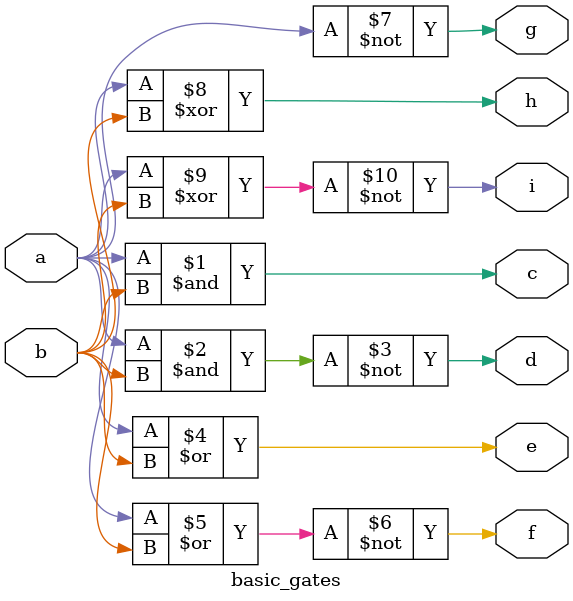
<source format=v>
`timescale 1ns / 1ps


module basic_gates(
    input a,
    input b,
    output c,
    output d,
    output e,
    output f,
    output g,
    output h,
    output i
    );
       assign c = a & b;    //AND Gate
       assign d = ~(a & b); //NAND Gate
       assign e = a | b;    //OR Gate
       assign f = ~(a | b); //NOR Gate
       assign g = ~a;       //NOT Gate (for a)
       assign h = a ^ b;    //XOR Gate
       assign i = ~(a ^ b); //XNOR Gate
endmodule

</source>
